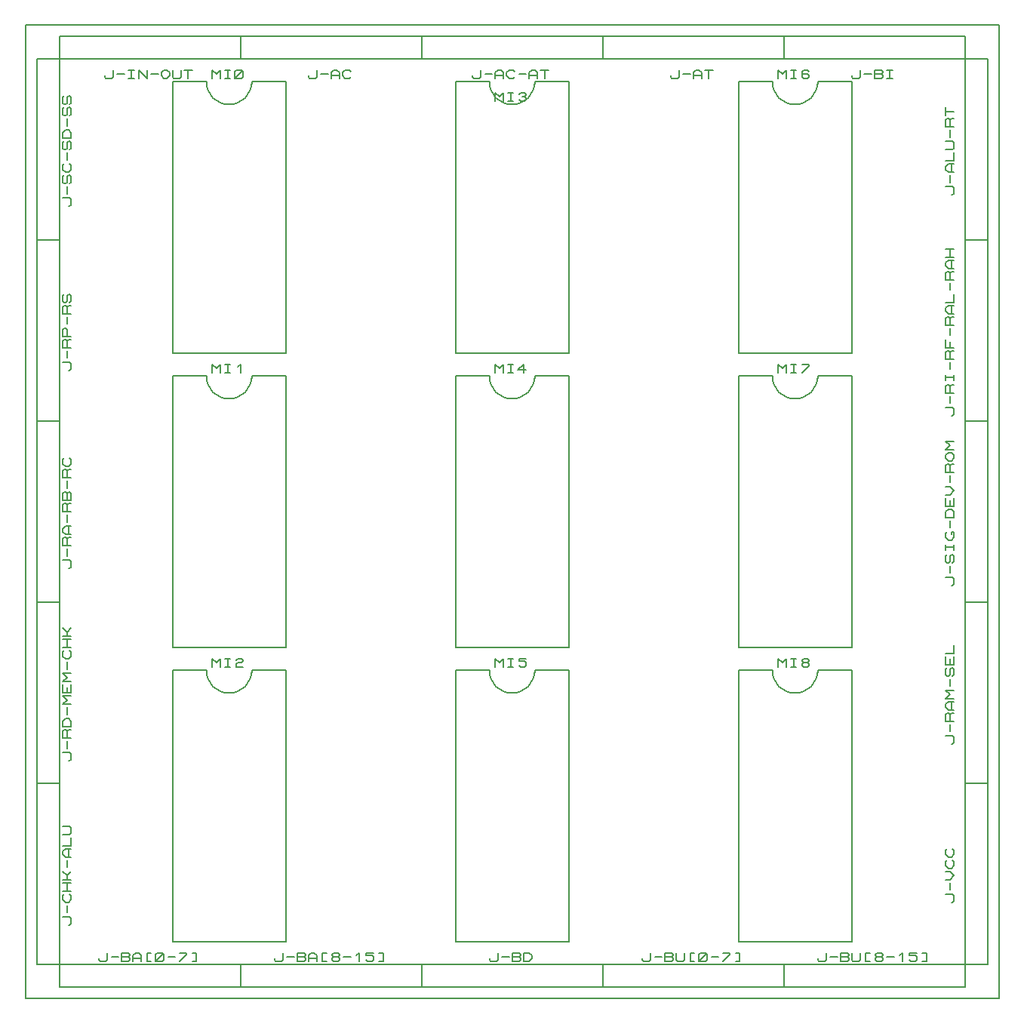
<source format=gbr>
G04 PROTEUS GERBER X2 FILE*
%TF.GenerationSoftware,Labcenter,Proteus,8.13-SP0-Build31525*%
%TF.CreationDate,2022-07-18T16:04:25+00:00*%
%TF.FileFunction,Legend,Top*%
%TF.FilePolarity,Positive*%
%TF.Part,Single*%
%TF.SameCoordinates,{a14ccd22-1d2d-4c41-ae0f-5237a1d864ee}*%
%FSLAX45Y45*%
%MOMM*%
G01*
%TA.AperFunction,Profile*%
%ADD15C,0.203200*%
%TA.AperFunction,Material*%
%ADD16C,0.203200*%
%TD.AperFunction*%
D15*
X-5461000Y-5715000D02*
X+5461000Y-5715000D01*
X+5461000Y+5207000D01*
X-5461000Y+5207000D01*
X-5461000Y-5715000D01*
D16*
X-3048000Y+4826000D02*
X-1016000Y+4826000D01*
X-1016000Y+5080000D01*
X-3048000Y+5080000D01*
X-3048000Y+4826000D01*
X-2286000Y+4643120D02*
X-2286000Y+4627880D01*
X-2270125Y+4612640D01*
X-2206625Y+4612640D01*
X-2190750Y+4627880D01*
X-2190750Y+4704080D01*
X-2143125Y+4658360D02*
X-2063750Y+4658360D01*
X-2032000Y+4612640D02*
X-2032000Y+4673600D01*
X-2000250Y+4704080D01*
X-1968500Y+4704080D01*
X-1936750Y+4673600D01*
X-1936750Y+4612640D01*
X-2032000Y+4643120D02*
X-1936750Y+4643120D01*
X-1809750Y+4627880D02*
X-1825625Y+4612640D01*
X-1873250Y+4612640D01*
X-1905000Y+4643120D01*
X-1905000Y+4673600D01*
X-1873250Y+4704080D01*
X-1825625Y+4704080D01*
X-1809750Y+4688840D01*
X-1016000Y+4826000D02*
X+1016000Y+4826000D01*
X+1016000Y+5080000D01*
X-1016000Y+5080000D01*
X-1016000Y+4826000D01*
X-444500Y+4643120D02*
X-444500Y+4627880D01*
X-428625Y+4612640D01*
X-365125Y+4612640D01*
X-349250Y+4627880D01*
X-349250Y+4704080D01*
X-301625Y+4658360D02*
X-222250Y+4658360D01*
X-190500Y+4612640D02*
X-190500Y+4673600D01*
X-158750Y+4704080D01*
X-127000Y+4704080D01*
X-95250Y+4673600D01*
X-95250Y+4612640D01*
X-190500Y+4643120D02*
X-95250Y+4643120D01*
X+31750Y+4627880D02*
X+15875Y+4612640D01*
X-31750Y+4612640D01*
X-63500Y+4643120D01*
X-63500Y+4673600D01*
X-31750Y+4704080D01*
X+15875Y+4704080D01*
X+31750Y+4688840D01*
X+79375Y+4658360D02*
X+158750Y+4658360D01*
X+190500Y+4612640D02*
X+190500Y+4673600D01*
X+222250Y+4704080D01*
X+254000Y+4704080D01*
X+285750Y+4673600D01*
X+285750Y+4612640D01*
X+190500Y+4643120D02*
X+285750Y+4643120D01*
X+317500Y+4704080D02*
X+412750Y+4704080D01*
X+365125Y+4704080D02*
X+365125Y+4612640D01*
X+1016000Y+4826000D02*
X+3048000Y+4826000D01*
X+3048000Y+5080000D01*
X+1016000Y+5080000D01*
X+1016000Y+4826000D01*
X+1778000Y+4643120D02*
X+1778000Y+4627880D01*
X+1793875Y+4612640D01*
X+1857375Y+4612640D01*
X+1873250Y+4627880D01*
X+1873250Y+4704080D01*
X+1920875Y+4658360D02*
X+2000250Y+4658360D01*
X+2032000Y+4612640D02*
X+2032000Y+4673600D01*
X+2063750Y+4704080D01*
X+2095500Y+4704080D01*
X+2127250Y+4673600D01*
X+2127250Y+4612640D01*
X+2032000Y+4643120D02*
X+2127250Y+4643120D01*
X+2159000Y+4704080D02*
X+2254250Y+4704080D01*
X+2206625Y+4704080D02*
X+2206625Y+4612640D01*
X+3048000Y+4826000D02*
X+5080000Y+4826000D01*
X+5080000Y+5080000D01*
X+3048000Y+5080000D01*
X+3048000Y+4826000D01*
X+3810000Y+4643120D02*
X+3810000Y+4627880D01*
X+3825875Y+4612640D01*
X+3889375Y+4612640D01*
X+3905250Y+4627880D01*
X+3905250Y+4704080D01*
X+3952875Y+4658360D02*
X+4032250Y+4658360D01*
X+4064000Y+4612640D02*
X+4064000Y+4704080D01*
X+4143375Y+4704080D01*
X+4159250Y+4688840D01*
X+4159250Y+4673600D01*
X+4143375Y+4658360D01*
X+4159250Y+4643120D01*
X+4159250Y+4627880D01*
X+4143375Y+4612640D01*
X+4064000Y+4612640D01*
X+4064000Y+4658360D02*
X+4143375Y+4658360D01*
X+4206875Y+4704080D02*
X+4270375Y+4704080D01*
X+4238625Y+4704080D02*
X+4238625Y+4612640D01*
X+4206875Y+4612640D02*
X+4270375Y+4612640D01*
X-5080000Y+4826000D02*
X-3048000Y+4826000D01*
X-3048000Y+5080000D01*
X-5080000Y+5080000D01*
X-5080000Y+4826000D01*
X-4572000Y+4643120D02*
X-4572000Y+4627880D01*
X-4556125Y+4612640D01*
X-4492625Y+4612640D01*
X-4476750Y+4627880D01*
X-4476750Y+4704080D01*
X-4429125Y+4658360D02*
X-4349750Y+4658360D01*
X-4302125Y+4704080D02*
X-4238625Y+4704080D01*
X-4270375Y+4704080D02*
X-4270375Y+4612640D01*
X-4302125Y+4612640D02*
X-4238625Y+4612640D01*
X-4191000Y+4612640D02*
X-4191000Y+4704080D01*
X-4095750Y+4612640D01*
X-4095750Y+4704080D01*
X-4048125Y+4658360D02*
X-3968750Y+4658360D01*
X-3937000Y+4673600D02*
X-3905250Y+4704080D01*
X-3873500Y+4704080D01*
X-3841750Y+4673600D01*
X-3841750Y+4643120D01*
X-3873500Y+4612640D01*
X-3905250Y+4612640D01*
X-3937000Y+4643120D01*
X-3937000Y+4673600D01*
X-3810000Y+4704080D02*
X-3810000Y+4627880D01*
X-3794125Y+4612640D01*
X-3730625Y+4612640D01*
X-3714750Y+4627880D01*
X-3714750Y+4704080D01*
X-3683000Y+4704080D02*
X-3587750Y+4704080D01*
X-3635375Y+4704080D02*
X-3635375Y+4612640D01*
X-5080000Y-5588000D02*
X-3048000Y-5588000D01*
X-3048000Y-5334000D01*
X-5080000Y-5334000D01*
X-5080000Y-5588000D01*
X-4635500Y-5262880D02*
X-4635500Y-5278120D01*
X-4619625Y-5293360D01*
X-4556125Y-5293360D01*
X-4540250Y-5278120D01*
X-4540250Y-5201920D01*
X-4492625Y-5247640D02*
X-4413250Y-5247640D01*
X-4381500Y-5293360D02*
X-4381500Y-5201920D01*
X-4302125Y-5201920D01*
X-4286250Y-5217160D01*
X-4286250Y-5232400D01*
X-4302125Y-5247640D01*
X-4286250Y-5262880D01*
X-4286250Y-5278120D01*
X-4302125Y-5293360D01*
X-4381500Y-5293360D01*
X-4381500Y-5247640D02*
X-4302125Y-5247640D01*
X-4254500Y-5293360D02*
X-4254500Y-5232400D01*
X-4222750Y-5201920D01*
X-4191000Y-5201920D01*
X-4159250Y-5232400D01*
X-4159250Y-5293360D01*
X-4254500Y-5262880D02*
X-4159250Y-5262880D01*
X-4048125Y-5201920D02*
X-4095750Y-5201920D01*
X-4095750Y-5293360D01*
X-4048125Y-5293360D01*
X-4000500Y-5278120D02*
X-4000500Y-5217160D01*
X-3984625Y-5201920D01*
X-3921125Y-5201920D01*
X-3905250Y-5217160D01*
X-3905250Y-5278120D01*
X-3921125Y-5293360D01*
X-3984625Y-5293360D01*
X-4000500Y-5278120D01*
X-4000500Y-5293360D02*
X-3905250Y-5201920D01*
X-3857625Y-5247640D02*
X-3778250Y-5247640D01*
X-3730625Y-5201920D02*
X-3651250Y-5201920D01*
X-3651250Y-5217160D01*
X-3730625Y-5293360D01*
X-3587750Y-5201920D02*
X-3540125Y-5201920D01*
X-3540125Y-5293360D01*
X-3587750Y-5293360D01*
X-3048000Y-5588000D02*
X-1016000Y-5588000D01*
X-1016000Y-5334000D01*
X-3048000Y-5334000D01*
X-3048000Y-5588000D01*
X-2667000Y-5262880D02*
X-2667000Y-5278120D01*
X-2651125Y-5293360D01*
X-2587625Y-5293360D01*
X-2571750Y-5278120D01*
X-2571750Y-5201920D01*
X-2524125Y-5247640D02*
X-2444750Y-5247640D01*
X-2413000Y-5293360D02*
X-2413000Y-5201920D01*
X-2333625Y-5201920D01*
X-2317750Y-5217160D01*
X-2317750Y-5232400D01*
X-2333625Y-5247640D01*
X-2317750Y-5262880D01*
X-2317750Y-5278120D01*
X-2333625Y-5293360D01*
X-2413000Y-5293360D01*
X-2413000Y-5247640D02*
X-2333625Y-5247640D01*
X-2286000Y-5293360D02*
X-2286000Y-5232400D01*
X-2254250Y-5201920D01*
X-2222500Y-5201920D01*
X-2190750Y-5232400D01*
X-2190750Y-5293360D01*
X-2286000Y-5262880D02*
X-2190750Y-5262880D01*
X-2079625Y-5201920D02*
X-2127250Y-5201920D01*
X-2127250Y-5293360D01*
X-2079625Y-5293360D01*
X-2000250Y-5247640D02*
X-2016125Y-5232400D01*
X-2016125Y-5217160D01*
X-2000250Y-5201920D01*
X-1952625Y-5201920D01*
X-1936750Y-5217160D01*
X-1936750Y-5232400D01*
X-1952625Y-5247640D01*
X-2000250Y-5247640D01*
X-2016125Y-5262880D01*
X-2016125Y-5278120D01*
X-2000250Y-5293360D01*
X-1952625Y-5293360D01*
X-1936750Y-5278120D01*
X-1936750Y-5262880D01*
X-1952625Y-5247640D01*
X-1889125Y-5247640D02*
X-1809750Y-5247640D01*
X-1746250Y-5232400D02*
X-1714500Y-5201920D01*
X-1714500Y-5293360D01*
X-1555750Y-5201920D02*
X-1635125Y-5201920D01*
X-1635125Y-5232400D01*
X-1571625Y-5232400D01*
X-1555750Y-5247640D01*
X-1555750Y-5278120D01*
X-1571625Y-5293360D01*
X-1619250Y-5293360D01*
X-1635125Y-5278120D01*
X-1492250Y-5201920D02*
X-1444625Y-5201920D01*
X-1444625Y-5293360D01*
X-1492250Y-5293360D01*
X-1016000Y-5588000D02*
X+1016000Y-5588000D01*
X+1016000Y-5334000D01*
X-1016000Y-5334000D01*
X-1016000Y-5588000D01*
X-254000Y-5262880D02*
X-254000Y-5278120D01*
X-238125Y-5293360D01*
X-174625Y-5293360D01*
X-158750Y-5278120D01*
X-158750Y-5201920D01*
X-111125Y-5247640D02*
X-31750Y-5247640D01*
X+0Y-5293360D02*
X+0Y-5201920D01*
X+79375Y-5201920D01*
X+95250Y-5217160D01*
X+95250Y-5232400D01*
X+79375Y-5247640D01*
X+95250Y-5262880D01*
X+95250Y-5278120D01*
X+79375Y-5293360D01*
X+0Y-5293360D01*
X+0Y-5247640D02*
X+79375Y-5247640D01*
X+127000Y-5293360D02*
X+127000Y-5201920D01*
X+190500Y-5201920D01*
X+222250Y-5232400D01*
X+222250Y-5262880D01*
X+190500Y-5293360D01*
X+127000Y-5293360D01*
X+1016000Y-5588000D02*
X+3048000Y-5588000D01*
X+3048000Y-5334000D01*
X+1016000Y-5334000D01*
X+1016000Y-5588000D01*
X+1460500Y-5262880D02*
X+1460500Y-5278120D01*
X+1476375Y-5293360D01*
X+1539875Y-5293360D01*
X+1555750Y-5278120D01*
X+1555750Y-5201920D01*
X+1603375Y-5247640D02*
X+1682750Y-5247640D01*
X+1714500Y-5293360D02*
X+1714500Y-5201920D01*
X+1793875Y-5201920D01*
X+1809750Y-5217160D01*
X+1809750Y-5232400D01*
X+1793875Y-5247640D01*
X+1809750Y-5262880D01*
X+1809750Y-5278120D01*
X+1793875Y-5293360D01*
X+1714500Y-5293360D01*
X+1714500Y-5247640D02*
X+1793875Y-5247640D01*
X+1841500Y-5201920D02*
X+1841500Y-5278120D01*
X+1857375Y-5293360D01*
X+1920875Y-5293360D01*
X+1936750Y-5278120D01*
X+1936750Y-5201920D01*
X+2047875Y-5201920D02*
X+2000250Y-5201920D01*
X+2000250Y-5293360D01*
X+2047875Y-5293360D01*
X+2095500Y-5278120D02*
X+2095500Y-5217160D01*
X+2111375Y-5201920D01*
X+2174875Y-5201920D01*
X+2190750Y-5217160D01*
X+2190750Y-5278120D01*
X+2174875Y-5293360D01*
X+2111375Y-5293360D01*
X+2095500Y-5278120D01*
X+2095500Y-5293360D02*
X+2190750Y-5201920D01*
X+2238375Y-5247640D02*
X+2317750Y-5247640D01*
X+2365375Y-5201920D02*
X+2444750Y-5201920D01*
X+2444750Y-5217160D01*
X+2365375Y-5293360D01*
X+2508250Y-5201920D02*
X+2555875Y-5201920D01*
X+2555875Y-5293360D01*
X+2508250Y-5293360D01*
X+3048000Y-5588000D02*
X+5080000Y-5588000D01*
X+5080000Y-5334000D01*
X+3048000Y-5334000D01*
X+3048000Y-5588000D01*
X+3429000Y-5262880D02*
X+3429000Y-5278120D01*
X+3444875Y-5293360D01*
X+3508375Y-5293360D01*
X+3524250Y-5278120D01*
X+3524250Y-5201920D01*
X+3571875Y-5247640D02*
X+3651250Y-5247640D01*
X+3683000Y-5293360D02*
X+3683000Y-5201920D01*
X+3762375Y-5201920D01*
X+3778250Y-5217160D01*
X+3778250Y-5232400D01*
X+3762375Y-5247640D01*
X+3778250Y-5262880D01*
X+3778250Y-5278120D01*
X+3762375Y-5293360D01*
X+3683000Y-5293360D01*
X+3683000Y-5247640D02*
X+3762375Y-5247640D01*
X+3810000Y-5201920D02*
X+3810000Y-5278120D01*
X+3825875Y-5293360D01*
X+3889375Y-5293360D01*
X+3905250Y-5278120D01*
X+3905250Y-5201920D01*
X+4016375Y-5201920D02*
X+3968750Y-5201920D01*
X+3968750Y-5293360D01*
X+4016375Y-5293360D01*
X+4095750Y-5247640D02*
X+4079875Y-5232400D01*
X+4079875Y-5217160D01*
X+4095750Y-5201920D01*
X+4143375Y-5201920D01*
X+4159250Y-5217160D01*
X+4159250Y-5232400D01*
X+4143375Y-5247640D01*
X+4095750Y-5247640D01*
X+4079875Y-5262880D01*
X+4079875Y-5278120D01*
X+4095750Y-5293360D01*
X+4143375Y-5293360D01*
X+4159250Y-5278120D01*
X+4159250Y-5262880D01*
X+4143375Y-5247640D01*
X+4206875Y-5247640D02*
X+4286250Y-5247640D01*
X+4349750Y-5232400D02*
X+4381500Y-5201920D01*
X+4381500Y-5293360D01*
X+4540250Y-5201920D02*
X+4460875Y-5201920D01*
X+4460875Y-5232400D01*
X+4524375Y-5232400D01*
X+4540250Y-5247640D01*
X+4540250Y-5278120D01*
X+4524375Y-5293360D01*
X+4476750Y-5293360D01*
X+4460875Y-5278120D01*
X+4603750Y-5201920D02*
X+4651375Y-5201920D01*
X+4651375Y-5293360D01*
X+4603750Y-5293360D01*
X-5334000Y+2794000D02*
X-5080000Y+2794000D01*
X-5080000Y+4826000D01*
X-5334000Y+4826000D01*
X-5334000Y+2794000D01*
X-4978400Y+3175000D02*
X-4963160Y+3175000D01*
X-4947920Y+3190875D01*
X-4947920Y+3254375D01*
X-4963160Y+3270250D01*
X-5039360Y+3270250D01*
X-4993640Y+3317875D02*
X-4993640Y+3397250D01*
X-4963160Y+3429000D02*
X-4947920Y+3444875D01*
X-4947920Y+3508375D01*
X-4963160Y+3524250D01*
X-4978400Y+3524250D01*
X-4993640Y+3508375D01*
X-4993640Y+3444875D01*
X-5008880Y+3429000D01*
X-5024120Y+3429000D01*
X-5039360Y+3444875D01*
X-5039360Y+3508375D01*
X-5024120Y+3524250D01*
X-4963160Y+3651250D02*
X-4947920Y+3635375D01*
X-4947920Y+3587750D01*
X-4978400Y+3556000D01*
X-5008880Y+3556000D01*
X-5039360Y+3587750D01*
X-5039360Y+3635375D01*
X-5024120Y+3651250D01*
X-4993640Y+3698875D02*
X-4993640Y+3778250D01*
X-4963160Y+3810000D02*
X-4947920Y+3825875D01*
X-4947920Y+3889375D01*
X-4963160Y+3905250D01*
X-4978400Y+3905250D01*
X-4993640Y+3889375D01*
X-4993640Y+3825875D01*
X-5008880Y+3810000D01*
X-5024120Y+3810000D01*
X-5039360Y+3825875D01*
X-5039360Y+3889375D01*
X-5024120Y+3905250D01*
X-4947920Y+3937000D02*
X-5039360Y+3937000D01*
X-5039360Y+4000500D01*
X-5008880Y+4032250D01*
X-4978400Y+4032250D01*
X-4947920Y+4000500D01*
X-4947920Y+3937000D01*
X-4993640Y+4079875D02*
X-4993640Y+4159250D01*
X-4963160Y+4191000D02*
X-4947920Y+4206875D01*
X-4947920Y+4270375D01*
X-4963160Y+4286250D01*
X-4978400Y+4286250D01*
X-4993640Y+4270375D01*
X-4993640Y+4206875D01*
X-5008880Y+4191000D01*
X-5024120Y+4191000D01*
X-5039360Y+4206875D01*
X-5039360Y+4270375D01*
X-5024120Y+4286250D01*
X-4963160Y+4318000D02*
X-4947920Y+4333875D01*
X-4947920Y+4397375D01*
X-4963160Y+4413250D01*
X-4978400Y+4413250D01*
X-4993640Y+4397375D01*
X-4993640Y+4333875D01*
X-5008880Y+4318000D01*
X-5024120Y+4318000D01*
X-5039360Y+4333875D01*
X-5039360Y+4397375D01*
X-5024120Y+4413250D01*
X-5334000Y+762000D02*
X-5080000Y+762000D01*
X-5080000Y+2794000D01*
X-5334000Y+2794000D01*
X-5334000Y+762000D01*
X-4978400Y+1333500D02*
X-4963160Y+1333500D01*
X-4947920Y+1349375D01*
X-4947920Y+1412875D01*
X-4963160Y+1428750D01*
X-5039360Y+1428750D01*
X-4993640Y+1476375D02*
X-4993640Y+1555750D01*
X-4947920Y+1587500D02*
X-5039360Y+1587500D01*
X-5039360Y+1666875D01*
X-5024120Y+1682750D01*
X-5008880Y+1682750D01*
X-4993640Y+1666875D01*
X-4993640Y+1587500D01*
X-4993640Y+1666875D02*
X-4978400Y+1682750D01*
X-4947920Y+1682750D01*
X-4947920Y+1714500D02*
X-5039360Y+1714500D01*
X-5039360Y+1793875D01*
X-5024120Y+1809750D01*
X-5008880Y+1809750D01*
X-4993640Y+1793875D01*
X-4993640Y+1714500D01*
X-4993640Y+1857375D02*
X-4993640Y+1936750D01*
X-4947920Y+1968500D02*
X-5039360Y+1968500D01*
X-5039360Y+2047875D01*
X-5024120Y+2063750D01*
X-5008880Y+2063750D01*
X-4993640Y+2047875D01*
X-4993640Y+1968500D01*
X-4993640Y+2047875D02*
X-4978400Y+2063750D01*
X-4947920Y+2063750D01*
X-4963160Y+2095500D02*
X-4947920Y+2111375D01*
X-4947920Y+2174875D01*
X-4963160Y+2190750D01*
X-4978400Y+2190750D01*
X-4993640Y+2174875D01*
X-4993640Y+2111375D01*
X-5008880Y+2095500D01*
X-5024120Y+2095500D01*
X-5039360Y+2111375D01*
X-5039360Y+2174875D01*
X-5024120Y+2190750D01*
X-5334000Y-1270000D02*
X-5080000Y-1270000D01*
X-5080000Y+762000D01*
X-5334000Y+762000D01*
X-5334000Y-1270000D01*
X-4978400Y-889000D02*
X-4963160Y-889000D01*
X-4947920Y-873125D01*
X-4947920Y-809625D01*
X-4963160Y-793750D01*
X-5039360Y-793750D01*
X-4993640Y-746125D02*
X-4993640Y-666750D01*
X-4947920Y-635000D02*
X-5039360Y-635000D01*
X-5039360Y-555625D01*
X-5024120Y-539750D01*
X-5008880Y-539750D01*
X-4993640Y-555625D01*
X-4993640Y-635000D01*
X-4993640Y-555625D02*
X-4978400Y-539750D01*
X-4947920Y-539750D01*
X-4947920Y-508000D02*
X-5008880Y-508000D01*
X-5039360Y-476250D01*
X-5039360Y-444500D01*
X-5008880Y-412750D01*
X-4947920Y-412750D01*
X-4978400Y-508000D02*
X-4978400Y-412750D01*
X-4993640Y-365125D02*
X-4993640Y-285750D01*
X-4947920Y-254000D02*
X-5039360Y-254000D01*
X-5039360Y-174625D01*
X-5024120Y-158750D01*
X-5008880Y-158750D01*
X-4993640Y-174625D01*
X-4993640Y-254000D01*
X-4993640Y-174625D02*
X-4978400Y-158750D01*
X-4947920Y-158750D01*
X-4947920Y-127000D02*
X-5039360Y-127000D01*
X-5039360Y-47625D01*
X-5024120Y-31750D01*
X-5008880Y-31750D01*
X-4993640Y-47625D01*
X-4978400Y-31750D01*
X-4963160Y-31750D01*
X-4947920Y-47625D01*
X-4947920Y-127000D01*
X-4993640Y-127000D02*
X-4993640Y-47625D01*
X-4993640Y+15875D02*
X-4993640Y+95250D01*
X-4947920Y+127000D02*
X-5039360Y+127000D01*
X-5039360Y+206375D01*
X-5024120Y+222250D01*
X-5008880Y+222250D01*
X-4993640Y+206375D01*
X-4993640Y+127000D01*
X-4993640Y+206375D02*
X-4978400Y+222250D01*
X-4947920Y+222250D01*
X-4963160Y+349250D02*
X-4947920Y+333375D01*
X-4947920Y+285750D01*
X-4978400Y+254000D01*
X-5008880Y+254000D01*
X-5039360Y+285750D01*
X-5039360Y+333375D01*
X-5024120Y+349250D01*
X-5334000Y-3302000D02*
X-5080000Y-3302000D01*
X-5080000Y-1270000D01*
X-5334000Y-1270000D01*
X-5334000Y-3302000D01*
X-4978400Y-3048000D02*
X-4963160Y-3048000D01*
X-4947920Y-3032125D01*
X-4947920Y-2968625D01*
X-4963160Y-2952750D01*
X-5039360Y-2952750D01*
X-4993640Y-2905125D02*
X-4993640Y-2825750D01*
X-4947920Y-2794000D02*
X-5039360Y-2794000D01*
X-5039360Y-2714625D01*
X-5024120Y-2698750D01*
X-5008880Y-2698750D01*
X-4993640Y-2714625D01*
X-4993640Y-2794000D01*
X-4993640Y-2714625D02*
X-4978400Y-2698750D01*
X-4947920Y-2698750D01*
X-4947920Y-2667000D02*
X-5039360Y-2667000D01*
X-5039360Y-2603500D01*
X-5008880Y-2571750D01*
X-4978400Y-2571750D01*
X-4947920Y-2603500D01*
X-4947920Y-2667000D01*
X-4993640Y-2524125D02*
X-4993640Y-2444750D01*
X-4947920Y-2413000D02*
X-5039360Y-2413000D01*
X-4993640Y-2365375D01*
X-5039360Y-2317750D01*
X-4947920Y-2317750D01*
X-4947920Y-2190750D02*
X-4947920Y-2286000D01*
X-5039360Y-2286000D01*
X-5039360Y-2190750D01*
X-4993640Y-2286000D02*
X-4993640Y-2222500D01*
X-4947920Y-2159000D02*
X-5039360Y-2159000D01*
X-4993640Y-2111375D01*
X-5039360Y-2063750D01*
X-4947920Y-2063750D01*
X-4993640Y-2016125D02*
X-4993640Y-1936750D01*
X-4963160Y-1809750D02*
X-4947920Y-1825625D01*
X-4947920Y-1873250D01*
X-4978400Y-1905000D01*
X-5008880Y-1905000D01*
X-5039360Y-1873250D01*
X-5039360Y-1825625D01*
X-5024120Y-1809750D01*
X-4947920Y-1778000D02*
X-5039360Y-1778000D01*
X-5039360Y-1682750D02*
X-4947920Y-1682750D01*
X-4993640Y-1778000D02*
X-4993640Y-1682750D01*
X-5039360Y-1651000D02*
X-4947920Y-1651000D01*
X-5039360Y-1555750D02*
X-4993640Y-1603375D01*
X-4947920Y-1555750D01*
X-4993640Y-1651000D02*
X-4993640Y-1603375D01*
X-5334000Y-5334000D02*
X-5080000Y-5334000D01*
X-5080000Y-3302000D01*
X-5334000Y-3302000D01*
X-5334000Y-5334000D01*
X-4978400Y-4889500D02*
X-4963160Y-4889500D01*
X-4947920Y-4873625D01*
X-4947920Y-4810125D01*
X-4963160Y-4794250D01*
X-5039360Y-4794250D01*
X-4993640Y-4746625D02*
X-4993640Y-4667250D01*
X-4963160Y-4540250D02*
X-4947920Y-4556125D01*
X-4947920Y-4603750D01*
X-4978400Y-4635500D01*
X-5008880Y-4635500D01*
X-5039360Y-4603750D01*
X-5039360Y-4556125D01*
X-5024120Y-4540250D01*
X-4947920Y-4508500D02*
X-5039360Y-4508500D01*
X-5039360Y-4413250D02*
X-4947920Y-4413250D01*
X-4993640Y-4508500D02*
X-4993640Y-4413250D01*
X-5039360Y-4381500D02*
X-4947920Y-4381500D01*
X-5039360Y-4286250D02*
X-4993640Y-4333875D01*
X-4947920Y-4286250D01*
X-4993640Y-4381500D02*
X-4993640Y-4333875D01*
X-4993640Y-4238625D02*
X-4993640Y-4159250D01*
X-4947920Y-4127500D02*
X-5008880Y-4127500D01*
X-5039360Y-4095750D01*
X-5039360Y-4064000D01*
X-5008880Y-4032250D01*
X-4947920Y-4032250D01*
X-4978400Y-4127500D02*
X-4978400Y-4032250D01*
X-5039360Y-4000500D02*
X-4947920Y-4000500D01*
X-4947920Y-3905250D01*
X-5039360Y-3873500D02*
X-4963160Y-3873500D01*
X-4947920Y-3857625D01*
X-4947920Y-3794125D01*
X-4963160Y-3778250D01*
X-5039360Y-3778250D01*
X+5080000Y+2794000D02*
X+5334000Y+2794000D01*
X+5334000Y+4826000D01*
X+5080000Y+4826000D01*
X+5080000Y+2794000D01*
X+4927600Y+3302000D02*
X+4942840Y+3302000D01*
X+4958080Y+3317875D01*
X+4958080Y+3381375D01*
X+4942840Y+3397250D01*
X+4866640Y+3397250D01*
X+4912360Y+3444875D02*
X+4912360Y+3524250D01*
X+4958080Y+3556000D02*
X+4897120Y+3556000D01*
X+4866640Y+3587750D01*
X+4866640Y+3619500D01*
X+4897120Y+3651250D01*
X+4958080Y+3651250D01*
X+4927600Y+3556000D02*
X+4927600Y+3651250D01*
X+4866640Y+3683000D02*
X+4958080Y+3683000D01*
X+4958080Y+3778250D01*
X+4866640Y+3810000D02*
X+4942840Y+3810000D01*
X+4958080Y+3825875D01*
X+4958080Y+3889375D01*
X+4942840Y+3905250D01*
X+4866640Y+3905250D01*
X+4912360Y+3952875D02*
X+4912360Y+4032250D01*
X+4958080Y+4064000D02*
X+4866640Y+4064000D01*
X+4866640Y+4143375D01*
X+4881880Y+4159250D01*
X+4897120Y+4159250D01*
X+4912360Y+4143375D01*
X+4912360Y+4064000D01*
X+4912360Y+4143375D02*
X+4927600Y+4159250D01*
X+4958080Y+4159250D01*
X+4866640Y+4191000D02*
X+4866640Y+4286250D01*
X+4866640Y+4238625D02*
X+4958080Y+4238625D01*
X+5080000Y+762000D02*
X+5334000Y+762000D01*
X+5334000Y+2794000D01*
X+5080000Y+2794000D01*
X+5080000Y+762000D01*
X+4927600Y+825500D02*
X+4942840Y+825500D01*
X+4958080Y+841375D01*
X+4958080Y+904875D01*
X+4942840Y+920750D01*
X+4866640Y+920750D01*
X+4912360Y+968375D02*
X+4912360Y+1047750D01*
X+4958080Y+1079500D02*
X+4866640Y+1079500D01*
X+4866640Y+1158875D01*
X+4881880Y+1174750D01*
X+4897120Y+1174750D01*
X+4912360Y+1158875D01*
X+4912360Y+1079500D01*
X+4912360Y+1158875D02*
X+4927600Y+1174750D01*
X+4958080Y+1174750D01*
X+4866640Y+1222375D02*
X+4866640Y+1285875D01*
X+4866640Y+1254125D02*
X+4958080Y+1254125D01*
X+4958080Y+1222375D02*
X+4958080Y+1285875D01*
X+4912360Y+1349375D02*
X+4912360Y+1428750D01*
X+4958080Y+1460500D02*
X+4866640Y+1460500D01*
X+4866640Y+1539875D01*
X+4881880Y+1555750D01*
X+4897120Y+1555750D01*
X+4912360Y+1539875D01*
X+4912360Y+1460500D01*
X+4912360Y+1539875D02*
X+4927600Y+1555750D01*
X+4958080Y+1555750D01*
X+4958080Y+1587500D02*
X+4866640Y+1587500D01*
X+4866640Y+1682750D01*
X+4912360Y+1587500D02*
X+4912360Y+1651000D01*
X+4912360Y+1730375D02*
X+4912360Y+1809750D01*
X+4958080Y+1841500D02*
X+4866640Y+1841500D01*
X+4866640Y+1920875D01*
X+4881880Y+1936750D01*
X+4897120Y+1936750D01*
X+4912360Y+1920875D01*
X+4912360Y+1841500D01*
X+4912360Y+1920875D02*
X+4927600Y+1936750D01*
X+4958080Y+1936750D01*
X+4958080Y+1968500D02*
X+4897120Y+1968500D01*
X+4866640Y+2000250D01*
X+4866640Y+2032000D01*
X+4897120Y+2063750D01*
X+4958080Y+2063750D01*
X+4927600Y+1968500D02*
X+4927600Y+2063750D01*
X+4866640Y+2095500D02*
X+4958080Y+2095500D01*
X+4958080Y+2190750D01*
X+4912360Y+2238375D02*
X+4912360Y+2317750D01*
X+4958080Y+2349500D02*
X+4866640Y+2349500D01*
X+4866640Y+2428875D01*
X+4881880Y+2444750D01*
X+4897120Y+2444750D01*
X+4912360Y+2428875D01*
X+4912360Y+2349500D01*
X+4912360Y+2428875D02*
X+4927600Y+2444750D01*
X+4958080Y+2444750D01*
X+4958080Y+2476500D02*
X+4897120Y+2476500D01*
X+4866640Y+2508250D01*
X+4866640Y+2540000D01*
X+4897120Y+2571750D01*
X+4958080Y+2571750D01*
X+4927600Y+2476500D02*
X+4927600Y+2571750D01*
X+4958080Y+2603500D02*
X+4866640Y+2603500D01*
X+4866640Y+2698750D02*
X+4958080Y+2698750D01*
X+4912360Y+2603500D02*
X+4912360Y+2698750D01*
X+5080000Y-1270000D02*
X+5334000Y-1270000D01*
X+5334000Y+762000D01*
X+5080000Y+762000D01*
X+5080000Y-1270000D01*
X+4927600Y-1079500D02*
X+4942840Y-1079500D01*
X+4958080Y-1063625D01*
X+4958080Y-1000125D01*
X+4942840Y-984250D01*
X+4866640Y-984250D01*
X+4912360Y-936625D02*
X+4912360Y-857250D01*
X+4942840Y-825500D02*
X+4958080Y-809625D01*
X+4958080Y-746125D01*
X+4942840Y-730250D01*
X+4927600Y-730250D01*
X+4912360Y-746125D01*
X+4912360Y-809625D01*
X+4897120Y-825500D01*
X+4881880Y-825500D01*
X+4866640Y-809625D01*
X+4866640Y-746125D01*
X+4881880Y-730250D01*
X+4866640Y-682625D02*
X+4866640Y-619125D01*
X+4866640Y-650875D02*
X+4958080Y-650875D01*
X+4958080Y-682625D02*
X+4958080Y-619125D01*
X+4927600Y-508000D02*
X+4927600Y-476250D01*
X+4958080Y-476250D01*
X+4958080Y-539750D01*
X+4927600Y-571500D01*
X+4897120Y-571500D01*
X+4866640Y-539750D01*
X+4866640Y-492125D01*
X+4881880Y-476250D01*
X+4912360Y-428625D02*
X+4912360Y-349250D01*
X+4958080Y-317500D02*
X+4866640Y-317500D01*
X+4866640Y-254000D01*
X+4897120Y-222250D01*
X+4927600Y-222250D01*
X+4958080Y-254000D01*
X+4958080Y-317500D01*
X+4958080Y-95250D02*
X+4958080Y-190500D01*
X+4866640Y-190500D01*
X+4866640Y-95250D01*
X+4912360Y-190500D02*
X+4912360Y-127000D01*
X+4866640Y-63500D02*
X+4912360Y-63500D01*
X+4958080Y-15875D01*
X+4912360Y+31750D01*
X+4866640Y+31750D01*
X+4912360Y+79375D02*
X+4912360Y+158750D01*
X+4958080Y+190500D02*
X+4866640Y+190500D01*
X+4866640Y+269875D01*
X+4881880Y+285750D01*
X+4897120Y+285750D01*
X+4912360Y+269875D01*
X+4912360Y+190500D01*
X+4912360Y+269875D02*
X+4927600Y+285750D01*
X+4958080Y+285750D01*
X+4897120Y+317500D02*
X+4866640Y+349250D01*
X+4866640Y+381000D01*
X+4897120Y+412750D01*
X+4927600Y+412750D01*
X+4958080Y+381000D01*
X+4958080Y+349250D01*
X+4927600Y+317500D01*
X+4897120Y+317500D01*
X+4958080Y+444500D02*
X+4866640Y+444500D01*
X+4912360Y+492125D01*
X+4866640Y+539750D01*
X+4958080Y+539750D01*
X+5080000Y-3302000D02*
X+5334000Y-3302000D01*
X+5334000Y-1270000D01*
X+5080000Y-1270000D01*
X+5080000Y-3302000D01*
X+4927600Y-2857500D02*
X+4942840Y-2857500D01*
X+4958080Y-2841625D01*
X+4958080Y-2778125D01*
X+4942840Y-2762250D01*
X+4866640Y-2762250D01*
X+4912360Y-2714625D02*
X+4912360Y-2635250D01*
X+4958080Y-2603500D02*
X+4866640Y-2603500D01*
X+4866640Y-2524125D01*
X+4881880Y-2508250D01*
X+4897120Y-2508250D01*
X+4912360Y-2524125D01*
X+4912360Y-2603500D01*
X+4912360Y-2524125D02*
X+4927600Y-2508250D01*
X+4958080Y-2508250D01*
X+4958080Y-2476500D02*
X+4897120Y-2476500D01*
X+4866640Y-2444750D01*
X+4866640Y-2413000D01*
X+4897120Y-2381250D01*
X+4958080Y-2381250D01*
X+4927600Y-2476500D02*
X+4927600Y-2381250D01*
X+4958080Y-2349500D02*
X+4866640Y-2349500D01*
X+4912360Y-2301875D01*
X+4866640Y-2254250D01*
X+4958080Y-2254250D01*
X+4912360Y-2206625D02*
X+4912360Y-2127250D01*
X+4942840Y-2095500D02*
X+4958080Y-2079625D01*
X+4958080Y-2016125D01*
X+4942840Y-2000250D01*
X+4927600Y-2000250D01*
X+4912360Y-2016125D01*
X+4912360Y-2079625D01*
X+4897120Y-2095500D01*
X+4881880Y-2095500D01*
X+4866640Y-2079625D01*
X+4866640Y-2016125D01*
X+4881880Y-2000250D01*
X+4958080Y-1873250D02*
X+4958080Y-1968500D01*
X+4866640Y-1968500D01*
X+4866640Y-1873250D01*
X+4912360Y-1968500D02*
X+4912360Y-1905000D01*
X+4866640Y-1841500D02*
X+4958080Y-1841500D01*
X+4958080Y-1746250D01*
X+5080000Y-5334000D02*
X+5334000Y-5334000D01*
X+5334000Y-3302000D01*
X+5080000Y-3302000D01*
X+5080000Y-5334000D01*
X+4927600Y-4635500D02*
X+4942840Y-4635500D01*
X+4958080Y-4619625D01*
X+4958080Y-4556125D01*
X+4942840Y-4540250D01*
X+4866640Y-4540250D01*
X+4912360Y-4492625D02*
X+4912360Y-4413250D01*
X+4866640Y-4381500D02*
X+4912360Y-4381500D01*
X+4958080Y-4333875D01*
X+4912360Y-4286250D01*
X+4866640Y-4286250D01*
X+4942840Y-4159250D02*
X+4958080Y-4175125D01*
X+4958080Y-4222750D01*
X+4927600Y-4254500D01*
X+4897120Y-4254500D01*
X+4866640Y-4222750D01*
X+4866640Y-4175125D01*
X+4881880Y-4159250D01*
X+4942840Y-4032250D02*
X+4958080Y-4048125D01*
X+4958080Y-4095750D01*
X+4927600Y-4127500D01*
X+4897120Y-4127500D01*
X+4866640Y-4095750D01*
X+4866640Y-4048125D01*
X+4881880Y-4032250D01*
X-3175000Y+4318000D02*
X-3123248Y+4323080D01*
X-3075305Y+4337685D01*
X-3032125Y+4360862D01*
X-2994660Y+4391660D01*
X-2963862Y+4429125D01*
X-2940685Y+4472305D01*
X-2926080Y+4520248D01*
X-2921000Y+4572000D01*
X-3175000Y+4318000D02*
X-3227482Y+4323080D01*
X-3275766Y+4337685D01*
X-3318991Y+4360862D01*
X-3356292Y+4391660D01*
X-3386807Y+4429125D01*
X-3409672Y+4472305D01*
X-3424024Y+4520248D01*
X-3429000Y+4572000D01*
X-2921000Y+4572000D02*
X-2540000Y+4572000D01*
X-2540000Y+1524000D01*
X-3810000Y+1524000D01*
X-3810000Y+4572000D01*
X-3429000Y+4572000D01*
X-3365500Y+4612640D02*
X-3365500Y+4704080D01*
X-3317875Y+4658360D01*
X-3270250Y+4704080D01*
X-3270250Y+4612640D01*
X-3222625Y+4704080D02*
X-3159125Y+4704080D01*
X-3190875Y+4704080D02*
X-3190875Y+4612640D01*
X-3222625Y+4612640D02*
X-3159125Y+4612640D01*
X-3111500Y+4627880D02*
X-3111500Y+4688840D01*
X-3095625Y+4704080D01*
X-3032125Y+4704080D01*
X-3016250Y+4688840D01*
X-3016250Y+4627880D01*
X-3032125Y+4612640D01*
X-3095625Y+4612640D01*
X-3111500Y+4627880D01*
X-3111500Y+4612640D02*
X-3016250Y+4704080D01*
X-3175000Y+1016000D02*
X-3123248Y+1021080D01*
X-3075305Y+1035685D01*
X-3032125Y+1058862D01*
X-2994660Y+1089660D01*
X-2963862Y+1127125D01*
X-2940685Y+1170305D01*
X-2926080Y+1218248D01*
X-2921000Y+1270000D01*
X-3175000Y+1016000D02*
X-3227482Y+1021080D01*
X-3275766Y+1035685D01*
X-3318991Y+1058862D01*
X-3356292Y+1089660D01*
X-3386807Y+1127125D01*
X-3409672Y+1170305D01*
X-3424024Y+1218248D01*
X-3429000Y+1270000D01*
X-2921000Y+1270000D02*
X-2540000Y+1270000D01*
X-2540000Y-1778000D01*
X-3810000Y-1778000D01*
X-3810000Y+1270000D01*
X-3429000Y+1270000D01*
X-3365500Y+1310640D02*
X-3365500Y+1402080D01*
X-3317875Y+1356360D01*
X-3270250Y+1402080D01*
X-3270250Y+1310640D01*
X-3222625Y+1402080D02*
X-3159125Y+1402080D01*
X-3190875Y+1402080D02*
X-3190875Y+1310640D01*
X-3222625Y+1310640D02*
X-3159125Y+1310640D01*
X-3079750Y+1371600D02*
X-3048000Y+1402080D01*
X-3048000Y+1310640D01*
X-3175000Y-2286000D02*
X-3123248Y-2280920D01*
X-3075305Y-2266315D01*
X-3032125Y-2243138D01*
X-2994660Y-2212340D01*
X-2963862Y-2174875D01*
X-2940685Y-2131695D01*
X-2926080Y-2083752D01*
X-2921000Y-2032000D01*
X-3175000Y-2286000D02*
X-3227482Y-2280920D01*
X-3275766Y-2266315D01*
X-3318991Y-2243138D01*
X-3356292Y-2212340D01*
X-3386807Y-2174875D01*
X-3409672Y-2131695D01*
X-3424024Y-2083752D01*
X-3429000Y-2032000D01*
X-2921000Y-2032000D02*
X-2540000Y-2032000D01*
X-2540000Y-5080000D01*
X-3810000Y-5080000D01*
X-3810000Y-2032000D01*
X-3429000Y-2032000D01*
X-3365500Y-1991360D02*
X-3365500Y-1899920D01*
X-3317875Y-1945640D01*
X-3270250Y-1899920D01*
X-3270250Y-1991360D01*
X-3222625Y-1899920D02*
X-3159125Y-1899920D01*
X-3190875Y-1899920D02*
X-3190875Y-1991360D01*
X-3222625Y-1991360D02*
X-3159125Y-1991360D01*
X-3095625Y-1915160D02*
X-3079750Y-1899920D01*
X-3032125Y-1899920D01*
X-3016250Y-1915160D01*
X-3016250Y-1930400D01*
X-3032125Y-1945640D01*
X-3079750Y-1945640D01*
X-3095625Y-1960880D01*
X-3095625Y-1991360D01*
X-3016250Y-1991360D01*
X+0Y+4318000D02*
X+51752Y+4323080D01*
X+99695Y+4337685D01*
X+142875Y+4360862D01*
X+180340Y+4391660D01*
X+211138Y+4429125D01*
X+234315Y+4472305D01*
X+248920Y+4520248D01*
X+254000Y+4572000D01*
X+0Y+4318000D02*
X-52482Y+4323080D01*
X-100766Y+4337685D01*
X-143991Y+4360862D01*
X-181292Y+4391660D01*
X-211807Y+4429125D01*
X-234672Y+4472305D01*
X-249024Y+4520248D01*
X-254000Y+4572000D01*
X+254000Y+4572000D02*
X+635000Y+4572000D01*
X+635000Y+1524000D01*
X-635000Y+1524000D01*
X-635000Y+4572000D01*
X-254000Y+4572000D01*
X-190500Y+4358640D02*
X-190500Y+4450080D01*
X-142875Y+4404360D01*
X-95250Y+4450080D01*
X-95250Y+4358640D01*
X-47625Y+4450080D02*
X+15875Y+4450080D01*
X-15875Y+4450080D02*
X-15875Y+4358640D01*
X-47625Y+4358640D02*
X+15875Y+4358640D01*
X+79375Y+4434840D02*
X+95250Y+4450080D01*
X+142875Y+4450080D01*
X+158750Y+4434840D01*
X+158750Y+4419600D01*
X+142875Y+4404360D01*
X+158750Y+4389120D01*
X+158750Y+4373880D01*
X+142875Y+4358640D01*
X+95250Y+4358640D01*
X+79375Y+4373880D01*
X+111125Y+4404360D02*
X+142875Y+4404360D01*
X+0Y+1016000D02*
X+51752Y+1021080D01*
X+99695Y+1035685D01*
X+142875Y+1058862D01*
X+180340Y+1089660D01*
X+211138Y+1127125D01*
X+234315Y+1170305D01*
X+248920Y+1218248D01*
X+254000Y+1270000D01*
X+0Y+1016000D02*
X-52482Y+1021080D01*
X-100766Y+1035685D01*
X-143991Y+1058862D01*
X-181292Y+1089660D01*
X-211807Y+1127125D01*
X-234672Y+1170305D01*
X-249024Y+1218248D01*
X-254000Y+1270000D01*
X+254000Y+1270000D02*
X+635000Y+1270000D01*
X+635000Y-1778000D01*
X-635000Y-1778000D01*
X-635000Y+1270000D01*
X-254000Y+1270000D01*
X-190500Y+1310640D02*
X-190500Y+1402080D01*
X-142875Y+1356360D01*
X-95250Y+1402080D01*
X-95250Y+1310640D01*
X-47625Y+1402080D02*
X+15875Y+1402080D01*
X-15875Y+1402080D02*
X-15875Y+1310640D01*
X-47625Y+1310640D02*
X+15875Y+1310640D01*
X+158750Y+1341120D02*
X+63500Y+1341120D01*
X+127000Y+1402080D01*
X+127000Y+1310640D01*
X+0Y-2286000D02*
X+51752Y-2280920D01*
X+99695Y-2266315D01*
X+142875Y-2243138D01*
X+180340Y-2212340D01*
X+211138Y-2174875D01*
X+234315Y-2131695D01*
X+248920Y-2083752D01*
X+254000Y-2032000D01*
X+0Y-2286000D02*
X-52482Y-2280920D01*
X-100766Y-2266315D01*
X-143991Y-2243138D01*
X-181292Y-2212340D01*
X-211807Y-2174875D01*
X-234672Y-2131695D01*
X-249024Y-2083752D01*
X-254000Y-2032000D01*
X+254000Y-2032000D02*
X+635000Y-2032000D01*
X+635000Y-5080000D01*
X-635000Y-5080000D01*
X-635000Y-2032000D01*
X-254000Y-2032000D01*
X-190500Y-1991360D02*
X-190500Y-1899920D01*
X-142875Y-1945640D01*
X-95250Y-1899920D01*
X-95250Y-1991360D01*
X-47625Y-1899920D02*
X+15875Y-1899920D01*
X-15875Y-1899920D02*
X-15875Y-1991360D01*
X-47625Y-1991360D02*
X+15875Y-1991360D01*
X+158750Y-1899920D02*
X+79375Y-1899920D01*
X+79375Y-1930400D01*
X+142875Y-1930400D01*
X+158750Y-1945640D01*
X+158750Y-1976120D01*
X+142875Y-1991360D01*
X+95250Y-1991360D01*
X+79375Y-1976120D01*
X+3175000Y+4318000D02*
X+3226752Y+4323080D01*
X+3274695Y+4337685D01*
X+3317875Y+4360862D01*
X+3355340Y+4391660D01*
X+3386138Y+4429125D01*
X+3409315Y+4472305D01*
X+3423920Y+4520248D01*
X+3429000Y+4572000D01*
X+3175000Y+4318000D02*
X+3122518Y+4323080D01*
X+3074234Y+4337685D01*
X+3031009Y+4360862D01*
X+2993708Y+4391660D01*
X+2963193Y+4429125D01*
X+2940328Y+4472305D01*
X+2925976Y+4520248D01*
X+2921000Y+4572000D01*
X+3429000Y+4572000D02*
X+3810000Y+4572000D01*
X+3810000Y+1524000D01*
X+2540000Y+1524000D01*
X+2540000Y+4572000D01*
X+2921000Y+4572000D01*
X+2984500Y+4612640D02*
X+2984500Y+4704080D01*
X+3032125Y+4658360D01*
X+3079750Y+4704080D01*
X+3079750Y+4612640D01*
X+3127375Y+4704080D02*
X+3190875Y+4704080D01*
X+3159125Y+4704080D02*
X+3159125Y+4612640D01*
X+3127375Y+4612640D02*
X+3190875Y+4612640D01*
X+3333750Y+4688840D02*
X+3317875Y+4704080D01*
X+3270250Y+4704080D01*
X+3254375Y+4688840D01*
X+3254375Y+4627880D01*
X+3270250Y+4612640D01*
X+3317875Y+4612640D01*
X+3333750Y+4627880D01*
X+3333750Y+4643120D01*
X+3317875Y+4658360D01*
X+3254375Y+4658360D01*
X+3175000Y+1016000D02*
X+3226752Y+1021080D01*
X+3274695Y+1035685D01*
X+3317875Y+1058862D01*
X+3355340Y+1089660D01*
X+3386138Y+1127125D01*
X+3409315Y+1170305D01*
X+3423920Y+1218248D01*
X+3429000Y+1270000D01*
X+3175000Y+1016000D02*
X+3122518Y+1021080D01*
X+3074234Y+1035685D01*
X+3031009Y+1058862D01*
X+2993708Y+1089660D01*
X+2963193Y+1127125D01*
X+2940328Y+1170305D01*
X+2925976Y+1218248D01*
X+2921000Y+1270000D01*
X+3429000Y+1270000D02*
X+3810000Y+1270000D01*
X+3810000Y-1778000D01*
X+2540000Y-1778000D01*
X+2540000Y+1270000D01*
X+2921000Y+1270000D01*
X+2984500Y+1310640D02*
X+2984500Y+1402080D01*
X+3032125Y+1356360D01*
X+3079750Y+1402080D01*
X+3079750Y+1310640D01*
X+3127375Y+1402080D02*
X+3190875Y+1402080D01*
X+3159125Y+1402080D02*
X+3159125Y+1310640D01*
X+3127375Y+1310640D02*
X+3190875Y+1310640D01*
X+3254375Y+1402080D02*
X+3333750Y+1402080D01*
X+3333750Y+1386840D01*
X+3254375Y+1310640D01*
X+3175000Y-2286000D02*
X+3226752Y-2280920D01*
X+3274695Y-2266315D01*
X+3317875Y-2243138D01*
X+3355340Y-2212340D01*
X+3386138Y-2174875D01*
X+3409315Y-2131695D01*
X+3423920Y-2083752D01*
X+3429000Y-2032000D01*
X+3175000Y-2286000D02*
X+3122518Y-2280920D01*
X+3074234Y-2266315D01*
X+3031009Y-2243138D01*
X+2993708Y-2212340D01*
X+2963193Y-2174875D01*
X+2940328Y-2131695D01*
X+2925976Y-2083752D01*
X+2921000Y-2032000D01*
X+3429000Y-2032000D02*
X+3810000Y-2032000D01*
X+3810000Y-5080000D01*
X+2540000Y-5080000D01*
X+2540000Y-2032000D01*
X+2921000Y-2032000D01*
X+2984500Y-1991360D02*
X+2984500Y-1899920D01*
X+3032125Y-1945640D01*
X+3079750Y-1899920D01*
X+3079750Y-1991360D01*
X+3127375Y-1899920D02*
X+3190875Y-1899920D01*
X+3159125Y-1899920D02*
X+3159125Y-1991360D01*
X+3127375Y-1991360D02*
X+3190875Y-1991360D01*
X+3270250Y-1945640D02*
X+3254375Y-1930400D01*
X+3254375Y-1915160D01*
X+3270250Y-1899920D01*
X+3317875Y-1899920D01*
X+3333750Y-1915160D01*
X+3333750Y-1930400D01*
X+3317875Y-1945640D01*
X+3270250Y-1945640D01*
X+3254375Y-1960880D01*
X+3254375Y-1976120D01*
X+3270250Y-1991360D01*
X+3317875Y-1991360D01*
X+3333750Y-1976120D01*
X+3333750Y-1960880D01*
X+3317875Y-1945640D01*
M02*

</source>
